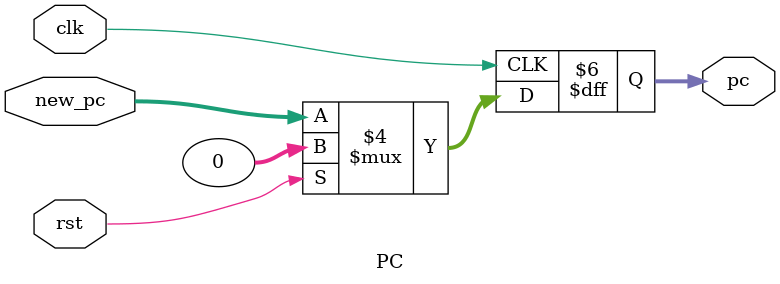
<source format=v>
module PC (
    //TODO
    input clk,
    input rst,
    input [31:0] new_pc,
    output reg [31:0] pc
);
    //TODO
    always@(posedge clk)begin
        if(rst == 1'b1)begin
            pc <= 32'b0;
        end
        else begin
            pc <= new_pc;
        end
    end
endmodule
</source>
